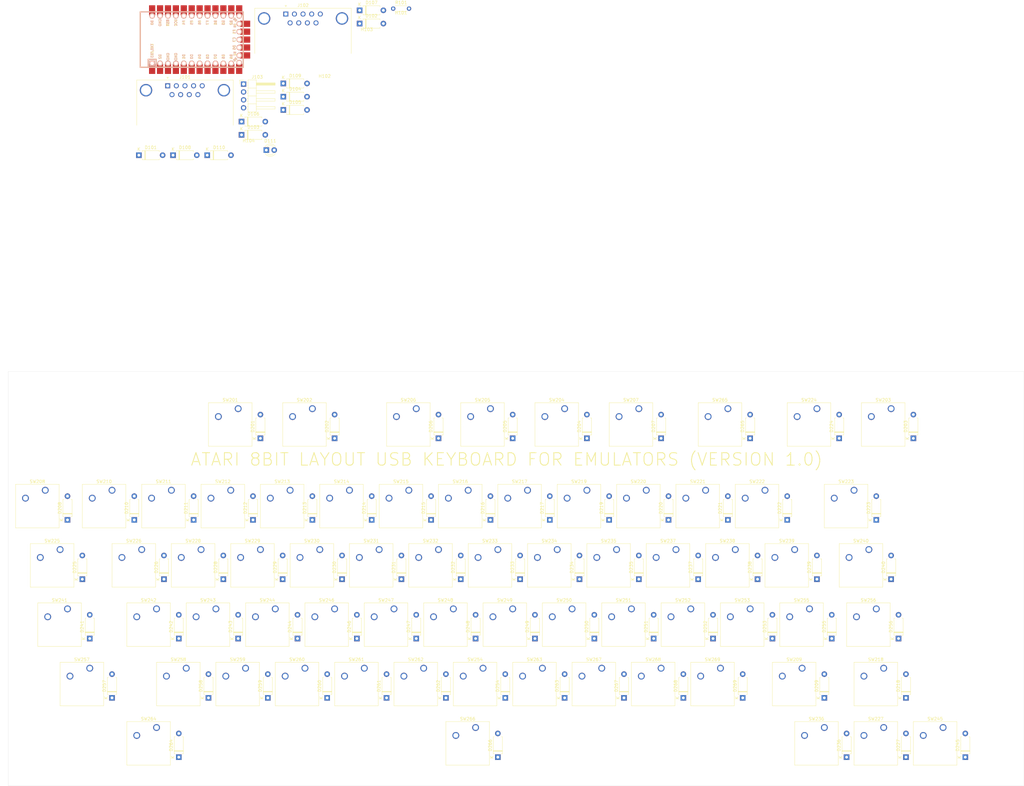
<source format=kicad_pcb>
(kicad_pcb (version 20211014) (generator pcbnew)
  (layers (0 "F.Cu" signal) (31 "B.Cu" signal) (34 "B.Paste" user) (35 "F.Paste" user) (36 "B.SilkS" user "B.Silkscreen") (37 "F.SilkS" user "F.Silkscreen") (38 "B.Mask" user) (39 "F.Mask" user) (44 "Edge.Cuts" user))
  (net 0 "")
  (net 1 "R1")
  (net 2 "R2")
  (net 3 "R3")
  (net 4 "R4")
  (net 5 "R5")
  (net 6 "R8")
  (net 7 "C8")
  (net 8 "C7")
  (net 9 "C6")
  (net 10 "C5")
  (net 11 "C4")
  (net 12 "C3")
  (net 13 "C2")
  (net 14 "C1")
  (net 15 "Net-(D102-Pad1)")
  (net 16 "Net-(D103-Pad1)")
  (net 17 "Net-(D104-Pad1)")
  (net 18 "Net-(D105-Pad1)")
  (net 19 "Net-(D106-Pad1)")
  (net 20 "Net-(D107-Pad1)")
  (net 21 "Net-(D108-Pad1)")
  (net 22 "Net-(D109-Pad1)")
  (net 23 "Net-(D110-Pad1)")
  (net 24 "Net-(D111-Pad1)")
  (net 25 "Net-(D201-Pad2)")
  (net 26 "Net-(D202-Pad2)")
  (net 27 "Net-(D203-Pad2)")
  (net 28 "Net-(D204-Pad2)")
  (net 29 "Net-(D205-Pad2)")
  (net 30 "Net-(D206-Pad2)")
  (net 31 "Net-(D207-Pad2)")
  (net 32 "Net-(D208-Pad2)")
  (net 33 "Net-(D209-Pad2)")
  (net 34 "Net-(D210-Pad2)")
  (net 35 "Net-(D211-Pad2)")
  (net 36 "Net-(D212-Pad2)")
  (net 37 "Net-(D213-Pad2)")
  (net 38 "Net-(D214-Pad2)")
  (net 39 "Net-(D215-Pad2)")
  (net 40 "Net-(D216-Pad2)")
  (net 41 "Net-(D217-Pad2)")
  (net 42 "Net-(D218-Pad2)")
  (net 43 "Net-(D219-Pad2)")
  (net 44 "Net-(D220-Pad2)")
  (net 45 "Net-(D221-Pad2)")
  (net 46 "Net-(D222-Pad2)")
  (net 47 "Net-(D223-Pad2)")
  (net 48 "Net-(D224-Pad2)")
  (net 49 "Net-(D225-Pad2)")
  (net 50 "Net-(D226-Pad2)")
  (net 51 "Net-(D227-Pad2)")
  (net 52 "Net-(D228-Pad2)")
  (net 53 "Net-(D229-Pad2)")
  (net 54 "Net-(D230-Pad2)")
  (net 55 "Net-(D231-Pad2)")
  (net 56 "Net-(D232-Pad2)")
  (net 57 "Net-(D233-Pad2)")
  (net 58 "Net-(D234-Pad2)")
  (net 59 "Net-(D235-Pad2)")
  (net 60 "Net-(D236-Pad2)")
  (net 61 "Net-(D237-Pad2)")
  (net 62 "Net-(D238-Pad2)")
  (net 63 "Net-(D239-Pad2)")
  (net 64 "Net-(D240-Pad2)")
  (net 65 "Net-(D241-Pad2)")
  (net 66 "Net-(D242-Pad2)")
  (net 67 "Net-(D243-Pad2)")
  (net 68 "Net-(D244-Pad2)")
  (net 69 "Net-(D245-Pad2)")
  (net 70 "Net-(D246-Pad2)")
  (net 71 "Net-(D247-Pad2)")
  (net 72 "Net-(D248-Pad2)")
  (net 73 "Net-(D249-Pad2)")
  (net 74 "Net-(D250-Pad2)")
  (net 75 "Net-(D251-Pad2)")
  (net 76 "Net-(D252-Pad2)")
  (net 77 "Net-(D253-Pad2)")
  (net 78 "C9")
  (net 79 "/JS_2+5")
  (net 80 "/JS1_+5")
  (net 81 "Net-(D254-Pad2)")
  (net 82 "Net-(D255-Pad2)")
  (net 83 "Net-(D256-Pad2)")
  (net 84 "Net-(D257-Pad2)")
  (net 85 "Net-(D258-Pad2)")
  (net 86 "Net-(D259-Pad2)")
  (net 89 "R9")
  (net 91 "Net-(D101-Pad1)")
  (net 92 "VCC")
  (net 97 "GND")
  (net 98 "SDA")
  (net 99 "SCL")
  (net 100 "R6")
  (net 101 "R7")
  (net 102 "Net-(D260-Pad2)")
  (net 103 "Net-(D261-Pad2)")
  (net 104 "Net-(D262-Pad2)")
  (net 105 "Net-(D263-Pad2)")
  (net 106 "Net-(D264-Pad2)")
  (net 107 "Net-(D265-Pad2)")
  (net 108 "Net-(D266-Pad2)")
  (net 109 "Net-(D267-Pad2)")
  (net 110 "Net-(D268-Pad2)")
  (net 111 "Net-(D269-Pad2)")
  (net 112 "/JS1_APAD")
  (net 113 "/JS1_BPAD")
  (net 114 "/JS2_APAD")
  (net 115 "/JS2_BPAD")
  (footprint "Diode_THT:D_A-405_P7.62mm_Horizontal" (layer "F.Cu") (at 222.91995 199.17625 90)
    (fp_text reference "D205")
    (fp_text value "SELECT")
  )
  (footprint "Diode_THT:D_A-405_P7.62mm_Horizontal" (layer "F.Cu") (at 149.1012 244.42 90)
    (fp_text reference "D229")
    (fp_text value "E")
  )
  (footprint "Button_Switch_Keyboard:SW_Cherry_MX_1.00u_PCB" (layer "F.Cu") (at 108.625 253.95)
    (fp_text reference "SW242")
    (fp_text value "A")
  )
  (footprint "Diode_THT:D_A-405_P7.62mm_Horizontal" (layer "F.Cu") (at 330.0762 301.57 90)
    (fp_text reference "D236")
    (fp_text value "LEFT")
  )
  (footprint "Diode_THT:D_A-405_P7.62mm_Horizontal" (layer "F.Cu") (at 113.921 108.2585)
    (fp_text reference "D108")
    (fp_text value "JS1_DOWN")
  )
  (footprint "Button_Switch_Keyboard:SW_Cherry_MX_1.00u_PCB" (layer "F.Cu") (at 294.3625 234.9)
    (fp_text reference "SW238")
    (fp_text value "[-]")
  )
  (footprint "Diode_THT:D_A-405_P7.62mm_Horizontal" (layer "F.Cu") (at 291.9762 225.37 90)
    (fp_text reference "D221")
    (fp_text value "<")
  )
  (footprint "Diode_THT:D_A-405_P7.62mm_Horizontal" (layer "F.Cu") (at 325.3137 263.47 90)
    (fp_text reference "D255")
    (fp_text value "MULT")
  )
  (footprint "Button_Switch_Keyboard:SW_Cherry_MX_1.00u_PCB" (layer "F.Cu") (at 344.36875 189.65625)
    (fp_text reference "SW203")
    (fp_text value "RESET")
  )
  (footprint "Diode_THT:D_A-405_P7.62mm_Horizontal" (layer "F.Cu") (at 111.0012 244.42 90)
    (fp_text reference "D226")
    (fp_text value "Q")
  )
  (footprint "Button_Switch_Keyboard:SW_Cherry_MX_1.00u_PCB" (layer "F.Cu") (at 158.63125 189.65625)
    (fp_text reference "SW202")
    (fp_text value "TURBO")
  )
  (footprint "Diode_THT:D_A-405_P7.62mm_Horizontal" (layer "F.Cu") (at 320.5512 244.42 90)
    (fp_text reference "D239")
    (fp_text value "[=]")
  )
  (footprint "Diode_THT:D_A-405_P7.62mm_Horizontal" (layer "F.Cu") (at 153.8637 263.47 90)
    (fp_text reference "D244")
    (fp_text value "D")
  )
  (footprint "Diode_THT:D_A-405_P7.62mm_Horizontal" (layer "F.Cu") (at 84.80745 244.42 90)
    (fp_text reference "D225")
    (fp_text value "TAB")
  )
  (footprint "Button_Switch_Keyboard:SW_Cherry_MX_1.50u_PCB" (layer "F.Cu") (at 337.225 234.9)
    (fp_text reference "SW240")
    (fp_text value "RET")
  )
  (footprint "Button_Switch_Keyboard:SW_Cherry_MX_1.00u_PCB" (layer "F.Cu") (at 113.3875 215.85)
    (fp_text reference "SW211")
    (fp_text value "2")
  )
  (footprint "Button_Switch_Keyboard:SW_Cherry_MX_1.25u_PCB" (layer "F.Cu") (at 339.60625 253.95)
    (fp_text reference "SW256")
    (fp_text value "CAPS")
  )
  (footprint "Diode_THT:D_A-405_P7.62mm_Horizontal" (layer "F.Cu") (at 311.0262 225.37 90)
    (fp_text reference "D222")
    (fp_text value ">")
  )
  (footprint "Diode_THT:D_A-405_P7.62mm_Horizontal" (layer "F.Cu") (at 182.4387 282.52 90)
    (fp_text reference "D261")
    (fp_text value "V")
  )
  (footprint "Button_Switch_Keyboard:SW_Cherry_MX_1.00u_PCB" (layer "F.Cu") (at 127.675 253.95)
    (fp_text reference "SW243")
    (fp_text value "S")
  )
  (footprint "Diode_THT:D_A-405_P7.62mm_Horizontal" (layer "F.Cu") (at 124.891 108.2585)
    (fp_text reference "D110")
    (fp_text value "JS1_RIGHT")
  )
  (footprint "Button_Switch_Keyboard:SW_Cherry_MX_1.00u_PCB" (layer "F.Cu") (at 237.2125 234.9)
    (fp_text reference "SW234")
    (fp_text value "I")
  )
  (footprint "Diode_THT:D_A-405_P7.62mm_Horizontal" (layer "F.Cu") (at 102.951 108.2585)
    (fp_text reference "D101")
    (fp_text value "JS2_UP")
  )
  (footprint "Diode_THT:D_A-405_P7.62mm_Horizontal" (layer "F.Cu") (at 191.9637 263.47 90)
    (fp_text reference "D247")
    (fp_text value "G")
  )
  (footprint "Button_Switch_Keyboard:SW_Cherry_MX_1.00u_PCB" (layer "F.Cu") (at 213.4 273)
    (fp_text reference "SW254")
    (fp_text value "N")
  )
  (footprint "Button_Switch_Keyboard:SW_Cherry_MX_1.00u_PCB" (layer "F.Cu") (at 232.45 273)
    (fp_text reference "SW263")
    (fp_text value "M")
  )
  (footprint "Button_Switch_Keyboard:SW_Cherry_MX_1.00u_PCB" (layer "F.Cu") (at 184.825 253.95)
    (fp_text reference "SW247")
    (fp_text value "G")
  )
  (footprint "Diode_THT:D_A-405_P7.62mm_Horizontal" (layer "F.Cu") (at 206.2512 244.42 90)
    (fp_text reference "D232")
    (fp_text value "Y")
  )
  (footprint "Diode_THT:D_A-405_P7.62mm_Horizontal" (layer "F.Cu") (at 163.3887 282.52 90)
    (fp_text reference "D260")
    (fp_text value "C")
  )
  (footprint "Diode_THT:D_A-405_P7.62mm_Horizontal" (layer "F.Cu") (at 120.5262 225.37 90)
    (fp_text reference "D211")
    (fp_text value "2")
  )
  (footprint "Diode_THT:D_A-405_P7.62mm_Horizontal" (layer "F.Cu") (at 149.301 93.7185)
    (fp_text reference "D105")
    (fp_text value "JS2_RIGHT")
  )
  (footprint "Button_Switch_Keyboard:SW_Cherry_MX_1.00u_PCB" (layer "F.Cu") (at 218.1625 234.9)
    (fp_text reference "SW233")
    (fp_text value "U")
  )
  (footprint "Button_Switch_Keyboard:SW_Cherry_MX_2.00u_PCB" (layer "F.Cu") (at 315.79375 273)
    (fp_text reference "SW209")
    (fp_text value "RSHIFT")
  )
  (footprint "Diode_THT:D_A-405_P7.62mm_Horizontal" (layer "F.Cu") (at 349.1262 301.57 90)
    (fp_text reference "D227")
    (fp_text value "DOWN")
  )
  (footprint "Diode_THT:D_A-405_P7.62mm_Horizontal" (layer "F.Cu") (at 80.04495 225.37 90)
    (fp_text reference "D208")
    (fp_text value "ESC")
  )
  (footprint "Diode_THT:D_A-405_P7.62mm_Horizontal" (layer "F.Cu") (at 115.7637 301.57 90)
    (fp_text reference "D264")
    (fp_text value "FN")
  )
  (footprint "Diode_THT:D_A-405_P7.62mm_Horizontal" (layer "F.Cu") (at 158.6262 225.37 90)
    (fp_text reference "D213")
    (fp_text value "4")
  )
  (footprint "Button_Switch_Keyboard:SW_Cherry_MX_1.00u_PCB" (layer "F.Cu") (at 118.15 273)
    (fp_text reference "SW258")
    (fp_text value "Z")
  )
  (footprint "Diode_THT:D_A-405_P7.62mm_Horizontal" (layer "F.Cu") (at 199.10745 199.17625 90)
    (fp_text reference "D206")
    (fp_text value "START")
  )
  (footprint "Diode_THT:D_A-405_P7.62mm_Horizontal" (layer "F.Cu") (at 130.0512 244.42 90)
    (fp_text reference "D228")
    (fp_text value "W")
  )
  (footprint "Diode_THT:D_A-405_P7.62mm_Horizontal" (layer "F.Cu") (at 201.4887 282.52 90)
    (fp_text reference "D262")
    (fp_text value "B")
  )
  (footprint "Diode_THT:D_A-405_P7.62mm_Horizontal" (layer "F.Cu") (at 339.6012 225.37 90)
    (fp_text reference "D223")
    (fp_text value "BS")
  )
  (footprint "Diode_THT:D_A-405_P7.62mm_Horizontal" (layer "F.Cu") (at 272.9262 225.37 90)
    (fp_text reference "D220")
    (fp_text value "0")
  )
  (footprint "Diode_THT:D_A-405_P7.62mm_Horizontal" (layer "F.Cu") (at 299.11995 199.17625 90)
    (fp_text reference "D265")
    (fp_text value "INV")
  )
  (footprint "Button_Switch_Keyboard:SW_Cherry_MX_1.25u_PCB" (layer "F.Cu") (at 72.90625 215.85)
    (fp_text reference "SW208")
    (fp_text value "ESC")
  )
  (footprint "Diode_THT:D_A-405_P7.62mm_Horizontal" (layer "F.Cu") (at 125.2887 282.52 90)
    (fp_text reference "D258")
    (fp_text value "Z")
  )
  (footprint "Button_Switch_Keyboard:SW_Cherry_MX_1.00u_PCB" (layer "F.Cu") (at 275.3125 234.9)
    (fp_text reference "SW237")
    (fp_text value "P")
  )
  (footprint "Button_Switch_Keyboard:SW_Cherry_MX_1.00u_PCB" (layer "F.Cu") (at 134.81875 189.65625)
    (fp_text reference "SW201")
    (fp_text value "MENU")
  )
  (footprint "Diode_THT:D_A-405_P7.62mm_Horizontal" (layer "F.Cu") (at 141.95745 199.17625 90)
    (fp_text reference "D201")
    (fp_text value "MENU")
  )
  (footprint "Diode_THT:D_A-405_P7.62mm_Horizontal" (layer "F.Cu") (at 344.3637 244.42 90)
    (fp_text reference "D240")
    (fp_text value "RET")
  )
  (footprint "Diode_THT:D_A-405_P7.62mm_Horizontal" (layer "F.Cu") (at 134.8137 263.47 90)
    (fp_text reference "D243")
    (fp_text value "S")
  )
  (footprint "Button_Switch_Keyboard:SW_Cherry_MX_1.00u_PCB" (layer "F.Cu") (at 261.025 253.95)
    (fp_text reference "SW251")
    (fp_text value "L")
  )
  (footprint "Diode_THT:D_A-405_P7.62mm_Horizontal" (layer "F.Cu") (at 282.4512 244.42 90)
    (fp_text reference "D237")
    (fp_text value "P")
  )
  (footprint "Diode_THT:D_A-405_P7.62mm_Horizontal" (layer "F.Cu") (at 135.901 101.7185)
    (fp_text reference "D103")
    (fp_text value "JS2_DOWN")
  )
  (footprint "Button_Switch_Keyboard:SW_Cherry_MX_1.00u_PCB" (layer "F.Cu") (at 189.5875 215.85)
    (fp_text reference "SW215")
    (fp_text value "6")
  )
  (footprint "Button_Switch_Keyboard:SW_Cherry_MX_1.00u_PCB" (layer "F.Cu") (at 291.98125 189.65625)
    (fp_text reference "SW265")
    (fp_text value "INV")
  )
  (footprint "Diode_THT:D_A-405_P7.62mm_Horizontal" (layer "F.Cu") (at 349.1262 282.52 90)
    (fp_text reference "D218")
    (fp_text value "UP")
  )
  (footprint "Button_Switch_Keyboard:SW_Cherry_MX_1.00u_PCB" (layer "F.Cu") (at 146.725 253.95)
    (fp_text reference "SW244")
    (fp_text value "D")
  )
  (footprint "MountingHole:MountingHole_3.2mm_M3" (layer "F.Cu") (at 176.101 72.0885)
    (fp_text reference "H103")
    (fp_text value "MountingHole")
  )
  (footprint "Button_Switch_Keyboard:SW_Cherry_MX_1.00u_PCB" (layer "F.Cu") (at 256.2625 234.9)
    (fp_text reference "SW235")
    (fp_text value "O")
  )
  (footprint "Button_Switch_Keyboard:SW_Cherry_MX_1.00u_PCB" (layer "F.Cu") (at 313.4125 234.9)
    (fp_text reference "SW239")
    (fp_text value "[=]")
  )
  (footprint "Diode_THT:D_A-405_P7.62mm_Horizontal" (layer "F.Cu") (at 187.2012 244.42 90)
    (fp_text reference "D231")
    (fp_text value "T")
  )
  (footprint "Diode_THT:D_A-405_P7.62mm_Horizontal" (layer "F.Cu") (at 215.7762 225.37 90)
    (fp_text reference "D216")
    (fp_text value "7")
  )
  (footprint "Diode_THT:D_A-405_P7.62mm_Horizontal" (layer "F.Cu") (at 368.1762 301.57 90)
    (fp_text reference "D245")
    (fp_text value "RIGHT")
  )
  (footprint "Diode_THT:D_A-405_P7.62mm_Horizontal" (layer "F.Cu") (at 218.15745 301.57 90)
    (fp_text reference "D266")
    (fp_text value "SPC")
  )
  (footprint "Button_Switch_Keyboard:SW_Cherry_MX_1.00u_PCB" (layer "F.Cu") (at 156.25 273)
    (fp_text reference "SW260")
    (fp_text value "C")
  )
  (footprint "Diode_THT:D_A-405_P7.62mm_Horizontal" (layer "F.Cu") (at 351.50745 199.17625 90)
    (fp_text reference "D203")
    (fp_text value "RESET")
  )
  (footprint "Diode_THT:D_A-405_P7.62mm_Horizontal" (layer "F.Cu") (at 172.9137 263.47 90)
    (fp_text reference "D246")
    (fp_text value "F")
  )
  (footprint "Diode_THT:D_A-405_P7.62mm_Horizontal" (layer "F.Cu") (at 246.73245 199.17625 90)
    (fp_text reference "D204")
    (fp_text value "OPTION")
  )
  (footprint "Button_Switch_Keyboard:SW_Cherry_MX_1.00u_PCB" (layer "F.Cu") (at 341.9875 292.05)
    (fp_text reference "SW227")
    (fp_text value "DOWN")
  )
  (footprint "Button_Switch_Keyboard:SW_Cherry_MX_1.00u_PCB" (layer "F.Cu") (at 208.6375 215.85)
    (fp_text reference "SW216")
    (fp_text value "7")
  )
  (footprint "Button_Switch_Keyboard:SW_Cherry_MX_1.75u_PCB" (layer "F.Cu") (at 77.66875 234.9)
    (fp_text reference "SW225")
    (fp_text value "TAB")
  )
  (footprint "Button_Switch_Keyboard:SW_Cherry_MX_1.00u_PCB" (layer "F.Cu") (at 194.35 273)
    (fp_text reference "SW262")
    (fp_text value "B")
  )
  (footprint "MountingHole:MountingHole_3.2mm_M3" (layer "F.Cu") (at 187.071 66.7385)
    (fp_text reference "H101")
    (fp_text value "MountingHole")
  )
  (footprint "Diode_THT:D_A-405_P7.62mm_Horizontal" (layer "F.Cu") (at 301.5012 244.42 90)
    (fp_text reference "D238")
    (fp_text value "[-]")
  )
  (footprint "Diode_THT:D_A-405_P7.62mm_Horizontal" (layer "F.Cu") (at 277.6887 282.52 90)
    (fp_text reference "D268")
    (fp_text value "[.]")
  )
  (footprint "Diode_THT:D_A-405_P7.62mm_Horizontal" (layer "F.Cu") (at 244.3512 244.42 90)
    (fp_text reference "D234")
    (fp_text value "I")
  )
  (footprint "Button_Switch_Keyboard:SW_Cherry_MX_1.00u_PCB" (layer "F.Cu") (at 241.975 253.95)
    (fp_text reference "SW250")
    (fp_text value "K")
  )
  (footprint "Button_Switch_Keyboard:SW_Cherry_MX_1.00u_PCB" (layer "F.Cu") (at 199.1125 234.9)
    (fp_text reference "SW232")
    (fp_text value "Y")
  )
  (footprint "Diode_THT:D_A-405_P7.62mm_Horizontal" (layer "F.Cu") (at 287.2137 263.47 90)
    (fp_text reference "D252")
    (fp_text value "[;]")
  )
  (footprint "Diode_THT:D_A-405_P7.62mm_Horizontal" (layer "F.Cu") (at 173.801 61.7385)
    (fp_text reference "D107")
    (fp_text value "JS1_TRIG")
  )
  (footprint "Button_Switch_Keyboard:SW_Cherry_MX_1.00u_PCB" (layer "F.Cu") (at 203.875 253.95)
    (fp_text reference "SW248")
    (fp_text value "H")
  )
  (footprint "Button_Switch_Keyboard:SW_Cherry_MX_1.75u_PCB" (layer "F.Cu") (at 108.625 292.05)
    (fp_text reference "SW264")
    (fp_text value "FN")
  )
  (footprint "Diode_THT:D_A-405_P7.62mm_Horizontal" (layer "F.Cu") (at 225.3012 244.42 90)
    (fp_text reference "D233")
    (fp_text value "U")
  )
  (footprint "Button_Switch_Keyboard:SW_Cherry_MX_1.00u_PCB" (layer "F.Cu") (at 137.2 273)
    (fp_text reference "SW259")
    (fp_text value "X")
  )
  (footprint "Diode_THT:D_A-405_P7.62mm_Horizontal" (layer "F.Cu") (at 139.5762 225.37 90)
    (fp_text reference "D212")
    (fp_text value "3")
  )
  (footprint "Button_Switch_Keyboard:SW_Cherry_MX_1.00u_PCB" (layer "F.Cu") (at 263.40625 189.65625)
    (fp_text reference "SW207")
    (fp_text value "HELP")
  )
  (footprint "Button_Switch_Keyboard:SW_Cherry_MX_1.00u_PCB" (layer "F.Cu") (at 251.5 273)
    (fp_text reference "SW267")
    (fp_text value "[,]")
  )
  (footprint "Diode_THT:D_A-405_P7.62mm_Horizontal" (layer "F.Cu") (at 196.7262 225.37 90)
    (fp_text reference "D215")
    (fp_text value "6")
  )
  (footprint "Diode_THT:D_A-405_P7.62mm_Horizontal" (layer "F.Cu") (at 149.301 85.2185)
    (fp_text reference "D109")
    (fp_text value "JS1_LEFT")
  )
  (footprint "Button_Switch_Keyboard:SW_Cherry_MX_1.00u_PCB" (layer "F.Cu") (at 322.9375 292.05)
    (fp_text reference "SW236")
    (fp_text value "LEFT")
  )
  (footprint "Connector_Dsub:DSUB-9_Male_Horizontal_P2.77x2.84mm_EdgePinOffset9.90mm_Housed_MountingHolesOffset11.32mm" (layer "F.Cu") (at 112.201 85.967838)
    (fp_text reference "J101")
    (fp_text value "PLAYER 2")
  )
  (footprint "Diode_THT:D_A-405_P7.62mm_Horizontal" (layer "F.Cu") (at 220.5387 282.52 90)
    (fp_text reference "D254")
    (fp_text value "N")
  )
  (footprint "Button_Switch_Keyboard:SW_Cherry_MX_1.00u_PCB" (layer "F.Cu") (at 170.5375 215.85)
    (fp_text reference "SW214")
    (fp_text value "5")
  )
  (footprint "Button_Switch_Keyboard:SW_Cherry_MX_1.00u_PCB" (layer "F.Cu") (at 222.925 253.95)
    (fp_text reference "SW249")
    (fp_text value "J")
  )
  (footprint "Button_Switch_Keyboard:SW_Cherry_MX_1.00u_PCB" (layer "F.Cu") (at 151.4875 215.85)
    (fp_text reference "SW213")
    (fp_text value "4")
  )
  (footprint "Button_Switch_Keyboard:SW_Cherry_MX_1.00u_PCB" (layer "F.Cu") (at 161.0125 234.9)
    (fp_text reference "SW230")
    (fp_text value "R")
  )
  (footprint "Connector_Dsub:DSUB-9_Male_Horizontal_P2.77x2.84mm_EdgePinOffset9.90mm_Housed_MountingHolesOffset11.32mm" (layer "F.Cu") (at 150.101 62.927838)
    (fp_text reference "J102")
    (fp_text value "PLAYER 1")
  )
  (footprint "Diode_THT:D_A-405_P7.62mm_Horizontal" (layer "F.Cu") (at 346.74495 263.47 90)
    (fp_text reference "D256")
    (fp_text value "CAPS")
  )
  (footprint "Button_Switch_Keyboard:SW_Cherry_MX_1.00u_PCB" (layer "F.Cu") (at 265.7875 215.85)
    (fp_text reference "SW220")
    (fp_text value "0")
  )
  (footprint "Button_Switch_Keyboard:SW_Cherry_MX_2.00u_PCB" (layer "F.Cu") (at 80.05 253.95)
    (fp_text reference "SW241")
    (fp_text value "CTRL")
  )
  (footprint "Button_Switch_Keyboard:SW_Cherry_MX_1.00u_PCB" (layer "F.Cu") (at 284.8375 215.85)
    (fp_text reference "SW221")
    (fp_text value "<")
  )
  (footprint "Button_Switch_Keyboard:SW_Cherry_MX_1.00u_PCB" (layer "F.Cu") (at 239.59375 189.65625)
    (fp_text reference "SW204")
    (fp_text value "OPTION")
  )
  (footprint "Button_Switch_Keyboard:SW_Cherry_MX_2.00u_PCB" (layer "F.Cu") (at 332.4625 215.85)
    (fp_text reference "SW223")
    (fp_text value "BS")
  )
  (footprint "Button_Switch_Keyboard:SW_Cherry_MX_1.00u_PCB" (layer "F.Cu") (at 280.075 253.95)
    (fp_text reference "SW252")
    (fp_text value "[;]")
  )
  (footprint "MountingHole:MountingHole_3.2mm_M3" (layer "F.Cu") (at 162.571 87.0685)
    (fp_text reference "H102")
    (fp_text value "MountingHole")
  )
  (footprint "Diode_THT:D_A-405_P7.62mm_Horizontal" (layer "F.Cu") (at 270.54495 199.17625 90)
    (fp_text reference "D207")
    (fp_text value "HELP")
  )
  (footprint "Diode_THT:D_A-405_P7.62mm_Horizontal" (layer "F.Cu") (at 306.2637 263.47 90)
    (fp_text reference "D253")
    (fp_text value "[+]")
  )
  (footprint "Button_Switch_Keyboard:SW_Cherry_MX_1.00u_PCB" (layer "F.Cu") (at 191.96875 189.65625)
    (fp_text reference "SW206")
    (fp_text value "START")
  )
  (footprint "Button_Switch_Keyboard:SW_Cherry_MX_1.00u_PCB" (layer "F.Cu") (at 165.775 253.95)
    (fp_text reference "SW246")
    (fp_text value "F")
  )
  (footprint "MountingHole:MountingHole_3.2mm_M3" (layer "F.Cu") (at 138.201 107.8185)
    (fp_text reference "H104")
    (fp_text value "MountingHole")
  )
  (footprint "Button_Switch_Keyboard:SW_Cherry_MX_1.00u_PCB" (layer "F.Cu") (at 289.6 273)
    (fp_text reference "SW269")
    (fp_text value "[/]")
  )
  (footprint "Button_Switch_Keyboard:SW_Cherry_MX_1.00u_PCB" (layer "F.Cu") (at 94.3375 215.85)
    (fp_text reference "SW210")
    (fp_text value "1")
  )
  (footprint "LED_THT:LED_D3.0mm" (layer "F.Cu") (at 143.851 106.6185)
    (fp_text reference "D111")
    (fp_text value "LED")
  )
  (footprint "Diode_THT:D_A-405_P7.62mm_Horizontal" (layer "F.Cu") (at 168.1512 244.42 90)
    (fp_text reference "D230")
    (fp_text value "R")
  )
  (footprint "Diode_THT:D_A-405_P7.62mm_Horizontal" (layer "F.Cu") (at 249.1137 263.47 90)
    (fp_text reference "D250")
    (fp_text value "K")
  )
  (footprint "Button_Switch_Keyboard:SW_Cherry_MX_6.25u_PCB" (layer "F.Cu") (at 211.01875 292.05)
    (fp_text reference "SW266")
    (fp_text value "SPC")
  )
  (footprint "Button_Switch_Keyboard:SW_Cherry_MX_1.00u_PCB" (layer "F.Cu") (at 318.175 253.95)
    (fp_text reference "SW255")
    (fp_text value "MULT")
  )
  (footprint "Diode_THT:D_A-405_P7.62mm_Horizontal" (layer "F.Cu") (at 165.76995 199.17625 90)
    (fp_text reference "D202")
    (fp_text value "TURBO")
  )
  (footprint "Resistor_THT:R_Axial_DIN0204_L3.6mm_D1.6mm_P5.08mm_Horizontal" (layer "F.Cu") (at 184.571 61.1885)
    (fp_text reference "R101")
    (fp_text value "220R")
  )
  (footprint "Diode_THT:D_A-405_P7.62mm_Horizontal" (layer "F.Cu") (at 115.7637 263.47 90)
    (fp_text reference "D242")
    (fp_text value "A")
  )
  (footprint "Diode_THT:D_A-405_P7.62mm_Horizontal" (layer "F.Cu") (at 296.7387 282.52 90)
    (fp_text reference "D269")
    (fp_text value "[/]")
  )
  (footprint "Diode_THT:D_A-405_P7.62mm_Horizontal" (layer "F.Cu") (at 87.1887 263.47 90)
    (fp_text reference "D241")
    (fp_text value "CTRL")
  )
  (footprint "Button_Switch_Keyboard:SW_Cherry_MX_1.00u_PCB" (layer "F.Cu") (at 299.125 253.95)
    (fp_text reference "SW253")
    (fp_text value "[+]")
  )
  (footprint "Diode_THT:D_A-405_P7.62mm_Horizontal" (layer "F.Cu") (at 135.901 97.4685)
    (fp_text reference "D106")
    (fp_text value "JS1_UP")
  )
  (footprint "Diode_THT:D_A-405_P7.62mm_Horizontal" (layer "F.Cu") (at 173.801 65.9885)
    (fp_text reference "D102")
    (fp_text value "JS2_TRIG")
  )
  (footprint "Button_Switch_Keyboard:SW_Cherry_MX_1.00u_PCB" (layer "F.Cu") (at 215.78125 189.65625)
    (fp_text reference "SW205")
    (fp_text value "SELECT")
  )
  (footprint "Diode_THT:D_A-405_P7.62mm_Horizontal" (layer "F.Cu") (at 230.0637 263.47 90)
    (fp_text reference "D249")
    (fp_text value "J")
  )
  (footprint "Button_Switch_Keyboard:SW_Cherry_MX_1.00u_PCB" (layer "F.Cu") (at 227.6875 215.85)
    (fp_text reference "SW217")
    (fp_text value "8")
  )
  (footprint "Diode_THT:D_A-405_P7.62mm_Horizontal" (layer "F.Cu") (at 144.3387 282.52 90)
    (fp_text reference "D259")
    (fp_text value "X")
  )
  (footprint "Button_Switch_Keyboard:SW_Cherry_MX_1.00u_PCB" (layer "F.Cu") (at 122.9125 234.9)
    (fp_text reference "SW228")
    (fp_text value "W")
  )
  (footprint "Button_Switch_Keyboard:SW_Cherry_MX_1.00u_PCB" (layer "F.Cu") (at 320.55625 189.65625)
    (fp_text reference "SW224")
    (fp_text value "BRK")
  )
  (footprint "Button_Switch_Keyboard:SW_Cherry_MX_2.25u_PCB" (layer "F.Cu") (at 87.19375 273)
    (fp_text reference "SW257")
    (fp_text value "LSHIFT")
  )
  (footprint "Button_Switch_Keyboard:SW_Cherry_MX_1.00u_PCB" (layer "F.Cu") (at 341.9875 273)
    (fp_text reference "SW218")
    (fp_text value "UP")
  )
  (footprint "Button_Switch_Keyboard:SW_Cherry_MX_1.00u_PCB" (layer "F.Cu") (at 270.55 273)
    (fp_text reference "SW268")
    (fp_text value "[.]")
  )
  (footprint "Button_Switch_Keyboard:SW_Cherry_MX_1.00u_PCB" (layer "F.Cu") (at 141.9625 234.9)
    (fp_text reference "SW229")
    (fp_text value "E")
  )
  (footprint "Button_Switch_Keyboard:SW_Cherry_MX_1.00u_PCB" (layer "F.Cu") (at 361.0375 292.05)
    (fp_text reference "SW245")
    (fp_text value "RIGHT")
  )
  (footprint "Button_Switch_Keyboard:SW_Cherry_MX_1.00u_PCB" (layer "F.Cu") (at 103.8625 234.9)
    (fp_text reference "SW226")
    (fp_text value "Q")
  )
  (footprint "Button_Switch_Keyboard:SW_Cherry_MX_1.00u_PCB" (layer "F.Cu") (at 132.4375 215.85)
    (fp_text reference "SW212")
    (fp_text value "3")
  )
  (footprint "Diode_THT:D_A-405_P7.62mm_Horizontal" (layer "F.Cu") (at 94.33245 282.52 90)
    (fp_text reference "D257")
    (fp_text value "LSHIFT")
  )
  (footprint "Diode_THT:D_A-405_P7.62mm_Horizontal" (layer "F.Cu") (at 268.1637 263.47 90)
    (fp_text reference "D251")
    (fp_text value "L")
  )
  (footprint "Diode_THT:D_A-405_P7.62mm_Horizontal" (layer "F.Cu") (at 322.93245 282.52 90)
    (fp_text reference "D209")
    (fp_text value "RSHIFT")
  )
  (footprint "Diode_THT:D_A-405_P7.62mm_Horizontal" (layer "F.Cu") (at 177.6762 225.37 90)
    (fp_text reference "D214")
    (fp_text value "5")
  )
  (footprint "Diode_THT:D_A-405_P7.62mm_Horizontal" (layer "F.Cu") (at 234.8262 225.37 90)
    (fp_text reference "D217")
    (fp_text value "8")
  )
  (footprint "Diode_THT:D_A-405_P7.62mm_Horizontal" (layer "F.Cu") (at 258.6387 282.52 90)
    (fp_text reference "D267")
    (fp_text value "[,]")
  )
  (footprint "Button_Switch_Keyboard:SW_Cherry_MX_1.00u_PCB" (layer "F.Cu") (at 246.7375 215.85)
    (fp_text reference "SW219")
    (fp_text value "9")
  )
  (footprint "Diode_THT:D_A-405_P7.62mm_Horizontal" (layer "F.Cu") (at 239.5887 282.52 90)
    (fp_text reference "D263")
    (fp_text value "M")
  )
  (footprint "Diode_THT:D_A-405_P7.62mm_Horizontal" (layer "F.Cu") (at 327.69495 199.17625 90)
    (fp_text reference "D224")
    (fp_text value "BRK")
  )
  (footprint "Diode_THT:D_A-405_P7.62mm_Horizontal" (layer "F.Cu") (at 263.4012 244.42 90)
    (fp_text reference "D235")
    (fp_text value "O")
  )
  (footprint "Diode_THT:D_A-405_P7.62mm_Horizontal" (layer "F.Cu") (at 101.4762 225.37 90)
    (fp_text reference "D210")
    (fp_text value "1")
  )
  (footprint "Diode_THT:D_A-405_P7.62mm_Horizontal" (layer "F.Cu") (at 149.301 89.4685)
    (fp_text reference "D104")
    (fp_text value "JS2_LEFT")
  )
  (footprint "Button_Switch_Keyboard:SW_Cherry_MX_1.00u_PCB" (layer "F.Cu") (at 180.0625 234.9)
    (fp_text reference "SW231")
    (fp_text value "T")
  )
  (footprint "keebio:Elite-C-castellated-29pin-holes" (layer "F.Cu") (at 121.18 71.1365)
    (fp_text reference "U101" hide)
    (fp_text value "Elite-C" hide)
  )
  (footprint "Diode_THT:D_A-405_P7.62mm_Horizontal" (layer "F.Cu") (at 253.8762 225.37 90)
    (fp_text reference "D219")
    (fp_text value "9")
  )
  (footprint "Diode_THT:D_A-405_P7.62mm_Horizontal" (layer "F.Cu") (at 211.0137 263.47 90)
    (fp_text reference "D248")
    (fp_text value "H")
  )
  (footprint "Connector_PinHeader_2.54mm:PinHeader_1x04_P2.54mm_Horizontal" (layer "F.Cu") (at 136.551 85.4185)
    (fp_text reference "J103")
    (fp_text value "I2C DISPLAY")
  )
  (footprint "Button_Switch_Keyboard:SW_Cherry_MX_1.00u_PCB" (layer "F.Cu") (at 303.8875 215.85)
    (fp_text reference "SW222")
    (fp_text value ">")
  )
  (footprint "Button_Switch_Keyboard:SW_Cherry_MX_1.00u_PCB" (layer "F.Cu") (at 175.3 273)
    (fp_text reference "SW261")
    (fp_text value "V")
  )
  (gr_line locked (start 61 177.75) (end 61 310.75) (layer "Edge.Cuts") (width 0.05))
  (gr_line locked (start 387 177.75) (end 387 310.75) (layer "Edge.Cuts") (width 0.05))
  (gr_line locked (start 61 177.75) (end 387 177.75) (layer "Edge.Cuts") (width 0.05))
  (gr_line locked (start 387 310.75) (end 61 310.75) (layer "Edge.Cuts") (width 0.05))
  (gr_text "ATARI 8BIT LAYOUT USB KEYBOARD FOR EMULATORS (VERSION 1.0)" (at 220.98 205.94224) (layer "F.SilkS") (effects (font (size 4 4) (thickness 0.3))))
)
</source>
